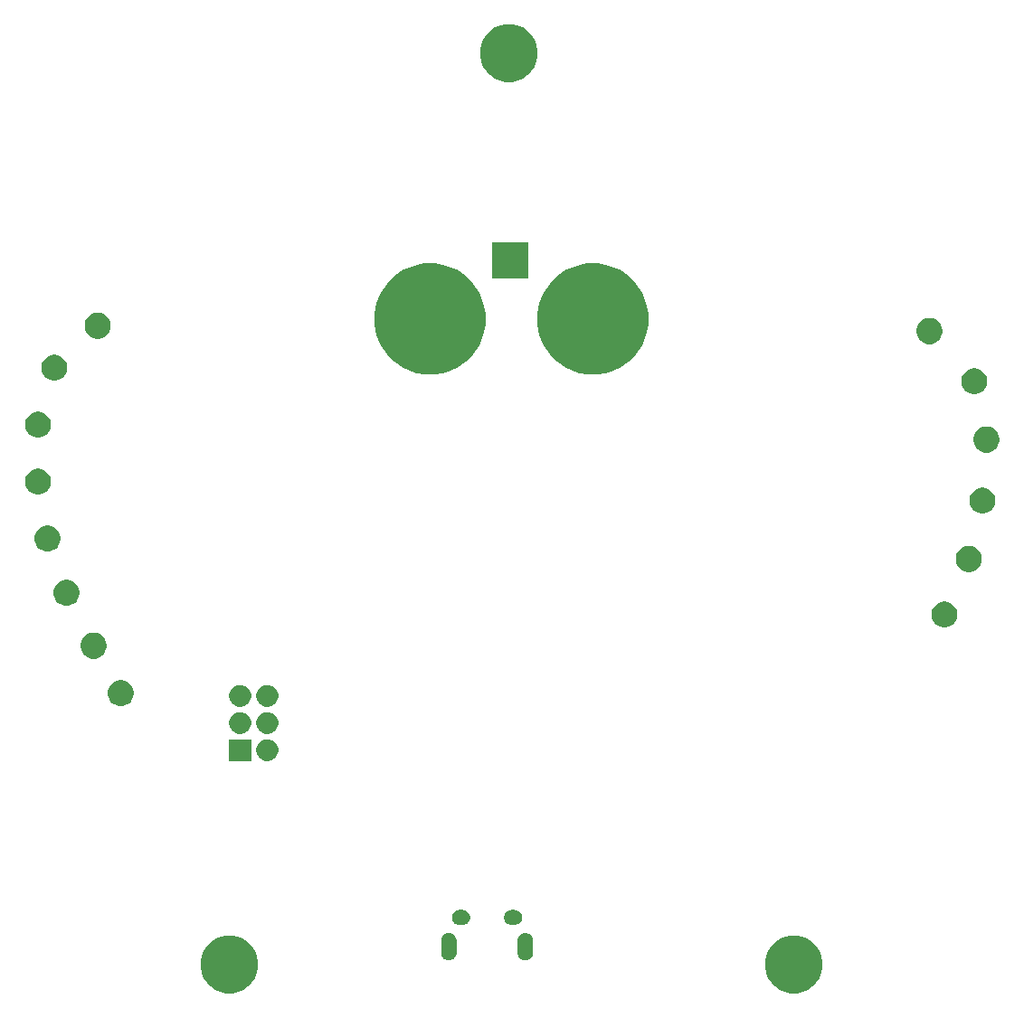
<source format=gbr>
G04 #@! TF.GenerationSoftware,KiCad,Pcbnew,(5.0.2)-1*
G04 #@! TF.CreationDate,2019-02-25T22:43:21-04:00*
G04 #@! TF.ProjectId,MegaBadge,4d656761-4261-4646-9765-2e6b69636164,rev?*
G04 #@! TF.SameCoordinates,Original*
G04 #@! TF.FileFunction,Soldermask,Top*
G04 #@! TF.FilePolarity,Negative*
%FSLAX46Y46*%
G04 Gerber Fmt 4.6, Leading zero omitted, Abs format (unit mm)*
G04 Created by KiCad (PCBNEW (5.0.2)-1) date 2/25/2019 10:43:21 PM*
%MOMM*%
%LPD*%
G01*
G04 APERTURE LIST*
%ADD10C,0.100000*%
G04 APERTURE END LIST*
D10*
G36*
X237769560Y-121609759D02*
X238260928Y-121813290D01*
X238260930Y-121813291D01*
X238468723Y-121952134D01*
X238703153Y-122108775D01*
X239079225Y-122484847D01*
X239374710Y-122927072D01*
X239578241Y-123418440D01*
X239682000Y-123940072D01*
X239682000Y-124471928D01*
X239578241Y-124993560D01*
X239374710Y-125484928D01*
X239079225Y-125927153D01*
X238703153Y-126303225D01*
X238703150Y-126303227D01*
X238260930Y-126598709D01*
X238260929Y-126598710D01*
X238260928Y-126598710D01*
X237769560Y-126802241D01*
X237247928Y-126906000D01*
X236716072Y-126906000D01*
X236194440Y-126802241D01*
X235703072Y-126598710D01*
X235703071Y-126598710D01*
X235703070Y-126598709D01*
X235260850Y-126303227D01*
X235260847Y-126303225D01*
X234884775Y-125927153D01*
X234589290Y-125484928D01*
X234385759Y-124993560D01*
X234282000Y-124471928D01*
X234282000Y-123940072D01*
X234385759Y-123418440D01*
X234589290Y-122927072D01*
X234884775Y-122484847D01*
X235260847Y-122108775D01*
X235495277Y-121952134D01*
X235703070Y-121813291D01*
X235703072Y-121813290D01*
X236194440Y-121609759D01*
X236716072Y-121506000D01*
X237247928Y-121506000D01*
X237769560Y-121609759D01*
X237769560Y-121609759D01*
G37*
G36*
X184937560Y-121609759D02*
X185428928Y-121813290D01*
X185428930Y-121813291D01*
X185636723Y-121952134D01*
X185871153Y-122108775D01*
X186247225Y-122484847D01*
X186542710Y-122927072D01*
X186746241Y-123418440D01*
X186850000Y-123940072D01*
X186850000Y-124471928D01*
X186746241Y-124993560D01*
X186542710Y-125484928D01*
X186247225Y-125927153D01*
X185871153Y-126303225D01*
X185871150Y-126303227D01*
X185428930Y-126598709D01*
X185428929Y-126598710D01*
X185428928Y-126598710D01*
X184937560Y-126802241D01*
X184415928Y-126906000D01*
X183884072Y-126906000D01*
X183362440Y-126802241D01*
X182871072Y-126598710D01*
X182871071Y-126598710D01*
X182871070Y-126598709D01*
X182428850Y-126303227D01*
X182428847Y-126303225D01*
X182052775Y-125927153D01*
X181757290Y-125484928D01*
X181553759Y-124993560D01*
X181450000Y-124471928D01*
X181450000Y-123940072D01*
X181553759Y-123418440D01*
X181757290Y-122927072D01*
X182052775Y-122484847D01*
X182428847Y-122108775D01*
X182663277Y-121952134D01*
X182871070Y-121813291D01*
X182871072Y-121813290D01*
X183362440Y-121609759D01*
X183884072Y-121506000D01*
X184415928Y-121506000D01*
X184937560Y-121609759D01*
X184937560Y-121609759D01*
G37*
G36*
X204847124Y-121273231D02*
X204938233Y-121300868D01*
X204983788Y-121314687D01*
X205109737Y-121382009D01*
X205220132Y-121472608D01*
X205310731Y-121583002D01*
X205378053Y-121708951D01*
X205391872Y-121754506D01*
X205419509Y-121845615D01*
X205430000Y-121952133D01*
X205430000Y-123123347D01*
X205419509Y-123229865D01*
X205391872Y-123320974D01*
X205378053Y-123366529D01*
X205310731Y-123492478D01*
X205220132Y-123602872D01*
X205109738Y-123693471D01*
X204983789Y-123760793D01*
X204938234Y-123774612D01*
X204847125Y-123802249D01*
X204752375Y-123811581D01*
X204705001Y-123816247D01*
X204705000Y-123816247D01*
X204562876Y-123802249D01*
X204471767Y-123774612D01*
X204426212Y-123760793D01*
X204300263Y-123693471D01*
X204189869Y-123602872D01*
X204099270Y-123492478D01*
X204031948Y-123366529D01*
X204018129Y-123320974D01*
X203990492Y-123229865D01*
X203980001Y-123123347D01*
X203980000Y-121952134D01*
X203990491Y-121845616D01*
X204031947Y-121708953D01*
X204031947Y-121708952D01*
X204099269Y-121583003D01*
X204189868Y-121472608D01*
X204300262Y-121382009D01*
X204426211Y-121314687D01*
X204471766Y-121300868D01*
X204562875Y-121273231D01*
X204657625Y-121263899D01*
X204704999Y-121259233D01*
X204705000Y-121259233D01*
X204847124Y-121273231D01*
X204847124Y-121273231D01*
G37*
G36*
X211997124Y-121273231D02*
X212088233Y-121300868D01*
X212133788Y-121314687D01*
X212259737Y-121382009D01*
X212370132Y-121472608D01*
X212460731Y-121583002D01*
X212528053Y-121708951D01*
X212541872Y-121754506D01*
X212569509Y-121845615D01*
X212580000Y-121952133D01*
X212580000Y-123123347D01*
X212569509Y-123229865D01*
X212541872Y-123320974D01*
X212528053Y-123366529D01*
X212460731Y-123492478D01*
X212370132Y-123602872D01*
X212259738Y-123693471D01*
X212133789Y-123760793D01*
X212088234Y-123774612D01*
X211997125Y-123802249D01*
X211902375Y-123811581D01*
X211855001Y-123816247D01*
X211855000Y-123816247D01*
X211712876Y-123802249D01*
X211621767Y-123774612D01*
X211576212Y-123760793D01*
X211450263Y-123693471D01*
X211339869Y-123602872D01*
X211249270Y-123492478D01*
X211181948Y-123366529D01*
X211168129Y-123320974D01*
X211140492Y-123229865D01*
X211130001Y-123123347D01*
X211130000Y-121952134D01*
X211140491Y-121845616D01*
X211181947Y-121708953D01*
X211181947Y-121708952D01*
X211249269Y-121583003D01*
X211339868Y-121472608D01*
X211450262Y-121382009D01*
X211576211Y-121314687D01*
X211621766Y-121300868D01*
X211712875Y-121273231D01*
X211807625Y-121263899D01*
X211854999Y-121259233D01*
X211855000Y-121259233D01*
X211997124Y-121273231D01*
X211997124Y-121273231D01*
G37*
G36*
X206145004Y-119117868D02*
X206276955Y-119157895D01*
X206398561Y-119222895D01*
X206505150Y-119310370D01*
X206592625Y-119416959D01*
X206657625Y-119538565D01*
X206697652Y-119670516D01*
X206711167Y-119807740D01*
X206697652Y-119944964D01*
X206657625Y-120076915D01*
X206592625Y-120198521D01*
X206505150Y-120305110D01*
X206398561Y-120392585D01*
X206276955Y-120457585D01*
X206145004Y-120497612D01*
X206042170Y-120507740D01*
X205667830Y-120507740D01*
X205564996Y-120497612D01*
X205433045Y-120457585D01*
X205311439Y-120392585D01*
X205204850Y-120305110D01*
X205117375Y-120198521D01*
X205052375Y-120076915D01*
X205012348Y-119944964D01*
X204998833Y-119807740D01*
X205012348Y-119670516D01*
X205052375Y-119538565D01*
X205117375Y-119416959D01*
X205204850Y-119310370D01*
X205311439Y-119222895D01*
X205433045Y-119157895D01*
X205564996Y-119117868D01*
X205667830Y-119107740D01*
X206042170Y-119107740D01*
X206145004Y-119117868D01*
X206145004Y-119117868D01*
G37*
G36*
X210995004Y-119117868D02*
X211126955Y-119157895D01*
X211248561Y-119222895D01*
X211355150Y-119310370D01*
X211442625Y-119416959D01*
X211507625Y-119538565D01*
X211547652Y-119670516D01*
X211561167Y-119807740D01*
X211547652Y-119944964D01*
X211507625Y-120076915D01*
X211442625Y-120198521D01*
X211355150Y-120305110D01*
X211248561Y-120392585D01*
X211126955Y-120457585D01*
X210995004Y-120497612D01*
X210892170Y-120507740D01*
X210517830Y-120507740D01*
X210414996Y-120497612D01*
X210283045Y-120457585D01*
X210161439Y-120392585D01*
X210054850Y-120305110D01*
X209967375Y-120198521D01*
X209902375Y-120076915D01*
X209862348Y-119944964D01*
X209848833Y-119807740D01*
X209862348Y-119670516D01*
X209902375Y-119538565D01*
X209967375Y-119416959D01*
X210054850Y-119310370D01*
X210161439Y-119222895D01*
X210283045Y-119157895D01*
X210414996Y-119117868D01*
X210517830Y-119107740D01*
X210892170Y-119107740D01*
X210995004Y-119117868D01*
X210995004Y-119117868D01*
G37*
G36*
X186191500Y-105165500D02*
X184140500Y-105165500D01*
X184140500Y-103114500D01*
X186191500Y-103114500D01*
X186191500Y-105165500D01*
X186191500Y-105165500D01*
G37*
G36*
X187873044Y-103127636D02*
X188005127Y-103153909D01*
X188129546Y-103205446D01*
X188191757Y-103231214D01*
X188359721Y-103343444D01*
X188502556Y-103486279D01*
X188614786Y-103654243D01*
X188614786Y-103654244D01*
X188692091Y-103840873D01*
X188731500Y-104038997D01*
X188731500Y-104241003D01*
X188692091Y-104439127D01*
X188640554Y-104563546D01*
X188614786Y-104625757D01*
X188502556Y-104793721D01*
X188359721Y-104936556D01*
X188191757Y-105048786D01*
X188129546Y-105074554D01*
X188005127Y-105126091D01*
X187873044Y-105152364D01*
X187807004Y-105165500D01*
X187604996Y-105165500D01*
X187538956Y-105152364D01*
X187406873Y-105126091D01*
X187282454Y-105074554D01*
X187220243Y-105048786D01*
X187052279Y-104936556D01*
X186909444Y-104793721D01*
X186797214Y-104625757D01*
X186771446Y-104563546D01*
X186719909Y-104439127D01*
X186680500Y-104241003D01*
X186680500Y-104038997D01*
X186719909Y-103840873D01*
X186797214Y-103654244D01*
X186797214Y-103654243D01*
X186909444Y-103486279D01*
X187052279Y-103343444D01*
X187220243Y-103231214D01*
X187282454Y-103205446D01*
X187406873Y-103153909D01*
X187538956Y-103127636D01*
X187604996Y-103114500D01*
X187807004Y-103114500D01*
X187873044Y-103127636D01*
X187873044Y-103127636D01*
G37*
G36*
X185333044Y-100587636D02*
X185465127Y-100613909D01*
X185589546Y-100665446D01*
X185651757Y-100691214D01*
X185819721Y-100803444D01*
X185962556Y-100946279D01*
X186074786Y-101114243D01*
X186074786Y-101114244D01*
X186152091Y-101300873D01*
X186191500Y-101498997D01*
X186191500Y-101701003D01*
X186152091Y-101899127D01*
X186100554Y-102023546D01*
X186074786Y-102085757D01*
X185962556Y-102253721D01*
X185819721Y-102396556D01*
X185651757Y-102508786D01*
X185589546Y-102534554D01*
X185465127Y-102586091D01*
X185333044Y-102612364D01*
X185267004Y-102625500D01*
X185064996Y-102625500D01*
X184998956Y-102612364D01*
X184866873Y-102586091D01*
X184742454Y-102534554D01*
X184680243Y-102508786D01*
X184512279Y-102396556D01*
X184369444Y-102253721D01*
X184257214Y-102085757D01*
X184231446Y-102023546D01*
X184179909Y-101899127D01*
X184140500Y-101701003D01*
X184140500Y-101498997D01*
X184179909Y-101300873D01*
X184257214Y-101114244D01*
X184257214Y-101114243D01*
X184369444Y-100946279D01*
X184512279Y-100803444D01*
X184680243Y-100691214D01*
X184742454Y-100665446D01*
X184866873Y-100613909D01*
X184998956Y-100587636D01*
X185064996Y-100574500D01*
X185267004Y-100574500D01*
X185333044Y-100587636D01*
X185333044Y-100587636D01*
G37*
G36*
X187873044Y-100587636D02*
X188005127Y-100613909D01*
X188129546Y-100665446D01*
X188191757Y-100691214D01*
X188359721Y-100803444D01*
X188502556Y-100946279D01*
X188614786Y-101114243D01*
X188614786Y-101114244D01*
X188692091Y-101300873D01*
X188731500Y-101498997D01*
X188731500Y-101701003D01*
X188692091Y-101899127D01*
X188640554Y-102023546D01*
X188614786Y-102085757D01*
X188502556Y-102253721D01*
X188359721Y-102396556D01*
X188191757Y-102508786D01*
X188129546Y-102534554D01*
X188005127Y-102586091D01*
X187873044Y-102612364D01*
X187807004Y-102625500D01*
X187604996Y-102625500D01*
X187538956Y-102612364D01*
X187406873Y-102586091D01*
X187282454Y-102534554D01*
X187220243Y-102508786D01*
X187052279Y-102396556D01*
X186909444Y-102253721D01*
X186797214Y-102085757D01*
X186771446Y-102023546D01*
X186719909Y-101899127D01*
X186680500Y-101701003D01*
X186680500Y-101498997D01*
X186719909Y-101300873D01*
X186797214Y-101114244D01*
X186797214Y-101114243D01*
X186909444Y-100946279D01*
X187052279Y-100803444D01*
X187220243Y-100691214D01*
X187282454Y-100665446D01*
X187406873Y-100613909D01*
X187538956Y-100587636D01*
X187604996Y-100574500D01*
X187807004Y-100574500D01*
X187873044Y-100587636D01*
X187873044Y-100587636D01*
G37*
G36*
X185333044Y-98047636D02*
X185465127Y-98073909D01*
X185589546Y-98125446D01*
X185651757Y-98151214D01*
X185819721Y-98263444D01*
X185962556Y-98406279D01*
X186074786Y-98574243D01*
X186074786Y-98574244D01*
X186152091Y-98760873D01*
X186191500Y-98958997D01*
X186191500Y-99161003D01*
X186152091Y-99359127D01*
X186100554Y-99483546D01*
X186074786Y-99545757D01*
X185962556Y-99713721D01*
X185819721Y-99856556D01*
X185651757Y-99968786D01*
X185589546Y-99994554D01*
X185465127Y-100046091D01*
X185333044Y-100072364D01*
X185267004Y-100085500D01*
X185064996Y-100085500D01*
X184998956Y-100072364D01*
X184866873Y-100046091D01*
X184742454Y-99994554D01*
X184680243Y-99968786D01*
X184512279Y-99856556D01*
X184369444Y-99713721D01*
X184257214Y-99545757D01*
X184231446Y-99483546D01*
X184179909Y-99359127D01*
X184140500Y-99161003D01*
X184140500Y-98958997D01*
X184179909Y-98760873D01*
X184257214Y-98574244D01*
X184257214Y-98574243D01*
X184369444Y-98406279D01*
X184512279Y-98263444D01*
X184680243Y-98151214D01*
X184742454Y-98125446D01*
X184866873Y-98073909D01*
X184998956Y-98047636D01*
X185064996Y-98034500D01*
X185267004Y-98034500D01*
X185333044Y-98047636D01*
X185333044Y-98047636D01*
G37*
G36*
X187873044Y-98047636D02*
X188005127Y-98073909D01*
X188129546Y-98125446D01*
X188191757Y-98151214D01*
X188359721Y-98263444D01*
X188502556Y-98406279D01*
X188614786Y-98574243D01*
X188614786Y-98574244D01*
X188692091Y-98760873D01*
X188731500Y-98958997D01*
X188731500Y-99161003D01*
X188692091Y-99359127D01*
X188640554Y-99483546D01*
X188614786Y-99545757D01*
X188502556Y-99713721D01*
X188359721Y-99856556D01*
X188191757Y-99968786D01*
X188129546Y-99994554D01*
X188005127Y-100046091D01*
X187873044Y-100072364D01*
X187807004Y-100085500D01*
X187604996Y-100085500D01*
X187538956Y-100072364D01*
X187406873Y-100046091D01*
X187282454Y-99994554D01*
X187220243Y-99968786D01*
X187052279Y-99856556D01*
X186909444Y-99713721D01*
X186797214Y-99545757D01*
X186771446Y-99483546D01*
X186719909Y-99359127D01*
X186680500Y-99161003D01*
X186680500Y-98958997D01*
X186719909Y-98760873D01*
X186797214Y-98574244D01*
X186797214Y-98574243D01*
X186909444Y-98406279D01*
X187052279Y-98263444D01*
X187220243Y-98151214D01*
X187282454Y-98125446D01*
X187406873Y-98073909D01*
X187538956Y-98047636D01*
X187604996Y-98034500D01*
X187807004Y-98034500D01*
X187873044Y-98047636D01*
X187873044Y-98047636D01*
G37*
G36*
X174344692Y-97636729D02*
X174565993Y-97728395D01*
X174765158Y-97861473D01*
X174934527Y-98030842D01*
X175067605Y-98230007D01*
X175159271Y-98451308D01*
X175206000Y-98686233D01*
X175206000Y-98925767D01*
X175159271Y-99160692D01*
X175067605Y-99381993D01*
X174934527Y-99581158D01*
X174765158Y-99750527D01*
X174565993Y-99883605D01*
X174344692Y-99975271D01*
X174109767Y-100022000D01*
X173870233Y-100022000D01*
X173635308Y-99975271D01*
X173414007Y-99883605D01*
X173214842Y-99750527D01*
X173045473Y-99581158D01*
X172912395Y-99381993D01*
X172820729Y-99160692D01*
X172774000Y-98925767D01*
X172774000Y-98686233D01*
X172820729Y-98451308D01*
X172912395Y-98230007D01*
X173045473Y-98030842D01*
X173214842Y-97861473D01*
X173414007Y-97728395D01*
X173635308Y-97636729D01*
X173870233Y-97590000D01*
X174109767Y-97590000D01*
X174344692Y-97636729D01*
X174344692Y-97636729D01*
G37*
G36*
X171804692Y-93191729D02*
X172025993Y-93283395D01*
X172225158Y-93416473D01*
X172394527Y-93585842D01*
X172527605Y-93785007D01*
X172619271Y-94006308D01*
X172666000Y-94241233D01*
X172666000Y-94480767D01*
X172619271Y-94715692D01*
X172527605Y-94936993D01*
X172394527Y-95136158D01*
X172225158Y-95305527D01*
X172025993Y-95438605D01*
X171804692Y-95530271D01*
X171569767Y-95577000D01*
X171330233Y-95577000D01*
X171095308Y-95530271D01*
X170874007Y-95438605D01*
X170674842Y-95305527D01*
X170505473Y-95136158D01*
X170372395Y-94936993D01*
X170280729Y-94715692D01*
X170234000Y-94480767D01*
X170234000Y-94241233D01*
X170280729Y-94006308D01*
X170372395Y-93785007D01*
X170505473Y-93585842D01*
X170674842Y-93416473D01*
X170874007Y-93283395D01*
X171095308Y-93191729D01*
X171330233Y-93145000D01*
X171569767Y-93145000D01*
X171804692Y-93191729D01*
X171804692Y-93191729D01*
G37*
G36*
X251433692Y-90270729D02*
X251654993Y-90362395D01*
X251854158Y-90495473D01*
X252023527Y-90664842D01*
X252156605Y-90864007D01*
X252248271Y-91085308D01*
X252295000Y-91320233D01*
X252295000Y-91559767D01*
X252248271Y-91794692D01*
X252156605Y-92015993D01*
X252023527Y-92215158D01*
X251854158Y-92384527D01*
X251654993Y-92517605D01*
X251433692Y-92609271D01*
X251198767Y-92656000D01*
X250959233Y-92656000D01*
X250724308Y-92609271D01*
X250503007Y-92517605D01*
X250303842Y-92384527D01*
X250134473Y-92215158D01*
X250001395Y-92015993D01*
X249909729Y-91794692D01*
X249863000Y-91559767D01*
X249863000Y-91320233D01*
X249909729Y-91085308D01*
X250001395Y-90864007D01*
X250134473Y-90664842D01*
X250303842Y-90495473D01*
X250503007Y-90362395D01*
X250724308Y-90270729D01*
X250959233Y-90224000D01*
X251198767Y-90224000D01*
X251433692Y-90270729D01*
X251433692Y-90270729D01*
G37*
G36*
X169264692Y-88238729D02*
X169485993Y-88330395D01*
X169685158Y-88463473D01*
X169854527Y-88632842D01*
X169987605Y-88832007D01*
X170079271Y-89053308D01*
X170126000Y-89288233D01*
X170126000Y-89527767D01*
X170079271Y-89762692D01*
X169987605Y-89983993D01*
X169854527Y-90183158D01*
X169685158Y-90352527D01*
X169485993Y-90485605D01*
X169264692Y-90577271D01*
X169029767Y-90624000D01*
X168790233Y-90624000D01*
X168555308Y-90577271D01*
X168334007Y-90485605D01*
X168134842Y-90352527D01*
X167965473Y-90183158D01*
X167832395Y-89983993D01*
X167740729Y-89762692D01*
X167694000Y-89527767D01*
X167694000Y-89288233D01*
X167740729Y-89053308D01*
X167832395Y-88832007D01*
X167965473Y-88632842D01*
X168134842Y-88463473D01*
X168334007Y-88330395D01*
X168555308Y-88238729D01*
X168790233Y-88192000D01*
X169029767Y-88192000D01*
X169264692Y-88238729D01*
X169264692Y-88238729D01*
G37*
G36*
X253719692Y-85063729D02*
X253940993Y-85155395D01*
X254140158Y-85288473D01*
X254309527Y-85457842D01*
X254442605Y-85657007D01*
X254534271Y-85878308D01*
X254581000Y-86113233D01*
X254581000Y-86352767D01*
X254534271Y-86587692D01*
X254442605Y-86808993D01*
X254309527Y-87008158D01*
X254140158Y-87177527D01*
X253940993Y-87310605D01*
X253719692Y-87402271D01*
X253484767Y-87449000D01*
X253245233Y-87449000D01*
X253010308Y-87402271D01*
X252789007Y-87310605D01*
X252589842Y-87177527D01*
X252420473Y-87008158D01*
X252287395Y-86808993D01*
X252195729Y-86587692D01*
X252149000Y-86352767D01*
X252149000Y-86113233D01*
X252195729Y-85878308D01*
X252287395Y-85657007D01*
X252420473Y-85457842D01*
X252589842Y-85288473D01*
X252789007Y-85155395D01*
X253010308Y-85063729D01*
X253245233Y-85017000D01*
X253484767Y-85017000D01*
X253719692Y-85063729D01*
X253719692Y-85063729D01*
G37*
G36*
X167486692Y-83158729D02*
X167707993Y-83250395D01*
X167907158Y-83383473D01*
X168076527Y-83552842D01*
X168209605Y-83752007D01*
X168301271Y-83973308D01*
X168348000Y-84208233D01*
X168348000Y-84447767D01*
X168301271Y-84682692D01*
X168209605Y-84903993D01*
X168076527Y-85103158D01*
X167907158Y-85272527D01*
X167707993Y-85405605D01*
X167486692Y-85497271D01*
X167251767Y-85544000D01*
X167012233Y-85544000D01*
X166777308Y-85497271D01*
X166556007Y-85405605D01*
X166356842Y-85272527D01*
X166187473Y-85103158D01*
X166054395Y-84903993D01*
X165962729Y-84682692D01*
X165916000Y-84447767D01*
X165916000Y-84208233D01*
X165962729Y-83973308D01*
X166054395Y-83752007D01*
X166187473Y-83552842D01*
X166356842Y-83383473D01*
X166556007Y-83250395D01*
X166777308Y-83158729D01*
X167012233Y-83112000D01*
X167251767Y-83112000D01*
X167486692Y-83158729D01*
X167486692Y-83158729D01*
G37*
G36*
X254989692Y-79602729D02*
X255210993Y-79694395D01*
X255410158Y-79827473D01*
X255579527Y-79996842D01*
X255712605Y-80196007D01*
X255804271Y-80417308D01*
X255851000Y-80652233D01*
X255851000Y-80891767D01*
X255804271Y-81126692D01*
X255712605Y-81347993D01*
X255579527Y-81547158D01*
X255410158Y-81716527D01*
X255210993Y-81849605D01*
X254989692Y-81941271D01*
X254754767Y-81988000D01*
X254515233Y-81988000D01*
X254280308Y-81941271D01*
X254059007Y-81849605D01*
X253859842Y-81716527D01*
X253690473Y-81547158D01*
X253557395Y-81347993D01*
X253465729Y-81126692D01*
X253419000Y-80891767D01*
X253419000Y-80652233D01*
X253465729Y-80417308D01*
X253557395Y-80196007D01*
X253690473Y-79996842D01*
X253859842Y-79827473D01*
X254059007Y-79694395D01*
X254280308Y-79602729D01*
X254515233Y-79556000D01*
X254754767Y-79556000D01*
X254989692Y-79602729D01*
X254989692Y-79602729D01*
G37*
G36*
X166597692Y-77824729D02*
X166818993Y-77916395D01*
X167018158Y-78049473D01*
X167187527Y-78218842D01*
X167320605Y-78418007D01*
X167412271Y-78639308D01*
X167459000Y-78874233D01*
X167459000Y-79113767D01*
X167412271Y-79348692D01*
X167320605Y-79569993D01*
X167187527Y-79769158D01*
X167018158Y-79938527D01*
X166818993Y-80071605D01*
X166597692Y-80163271D01*
X166362767Y-80210000D01*
X166123233Y-80210000D01*
X165888308Y-80163271D01*
X165667007Y-80071605D01*
X165467842Y-79938527D01*
X165298473Y-79769158D01*
X165165395Y-79569993D01*
X165073729Y-79348692D01*
X165027000Y-79113767D01*
X165027000Y-78874233D01*
X165073729Y-78639308D01*
X165165395Y-78418007D01*
X165298473Y-78218842D01*
X165467842Y-78049473D01*
X165667007Y-77916395D01*
X165888308Y-77824729D01*
X166123233Y-77778000D01*
X166362767Y-77778000D01*
X166597692Y-77824729D01*
X166597692Y-77824729D01*
G37*
G36*
X255370692Y-73887729D02*
X255591993Y-73979395D01*
X255791158Y-74112473D01*
X255960527Y-74281842D01*
X256093605Y-74481007D01*
X256185271Y-74702308D01*
X256232000Y-74937233D01*
X256232000Y-75176767D01*
X256185271Y-75411692D01*
X256093605Y-75632993D01*
X255960527Y-75832158D01*
X255791158Y-76001527D01*
X255591993Y-76134605D01*
X255370692Y-76226271D01*
X255135767Y-76273000D01*
X254896233Y-76273000D01*
X254661308Y-76226271D01*
X254440007Y-76134605D01*
X254240842Y-76001527D01*
X254071473Y-75832158D01*
X253938395Y-75632993D01*
X253846729Y-75411692D01*
X253800000Y-75176767D01*
X253800000Y-74937233D01*
X253846729Y-74702308D01*
X253938395Y-74481007D01*
X254071473Y-74281842D01*
X254240842Y-74112473D01*
X254440007Y-73979395D01*
X254661308Y-73887729D01*
X254896233Y-73841000D01*
X255135767Y-73841000D01*
X255370692Y-73887729D01*
X255370692Y-73887729D01*
G37*
G36*
X166597692Y-72490729D02*
X166818993Y-72582395D01*
X167018158Y-72715473D01*
X167187527Y-72884842D01*
X167320605Y-73084007D01*
X167412271Y-73305308D01*
X167459000Y-73540233D01*
X167459000Y-73779767D01*
X167412271Y-74014692D01*
X167320605Y-74235993D01*
X167187527Y-74435158D01*
X167018158Y-74604527D01*
X166818993Y-74737605D01*
X166597692Y-74829271D01*
X166362767Y-74876000D01*
X166123233Y-74876000D01*
X165888308Y-74829271D01*
X165667007Y-74737605D01*
X165467842Y-74604527D01*
X165298473Y-74435158D01*
X165165395Y-74235993D01*
X165073729Y-74014692D01*
X165027000Y-73779767D01*
X165027000Y-73540233D01*
X165073729Y-73305308D01*
X165165395Y-73084007D01*
X165298473Y-72884842D01*
X165467842Y-72715473D01*
X165667007Y-72582395D01*
X165888308Y-72490729D01*
X166123233Y-72444000D01*
X166362767Y-72444000D01*
X166597692Y-72490729D01*
X166597692Y-72490729D01*
G37*
G36*
X254227692Y-68426729D02*
X254448993Y-68518395D01*
X254648158Y-68651473D01*
X254817527Y-68820842D01*
X254950605Y-69020007D01*
X255042271Y-69241308D01*
X255089000Y-69476233D01*
X255089000Y-69715767D01*
X255042271Y-69950692D01*
X254950605Y-70171993D01*
X254817527Y-70371158D01*
X254648158Y-70540527D01*
X254448993Y-70673605D01*
X254227692Y-70765271D01*
X253992767Y-70812000D01*
X253753233Y-70812000D01*
X253518308Y-70765271D01*
X253297007Y-70673605D01*
X253097842Y-70540527D01*
X252928473Y-70371158D01*
X252795395Y-70171993D01*
X252703729Y-69950692D01*
X252657000Y-69715767D01*
X252657000Y-69476233D01*
X252703729Y-69241308D01*
X252795395Y-69020007D01*
X252928473Y-68820842D01*
X253097842Y-68651473D01*
X253297007Y-68518395D01*
X253518308Y-68426729D01*
X253753233Y-68380000D01*
X253992767Y-68380000D01*
X254227692Y-68426729D01*
X254227692Y-68426729D01*
G37*
G36*
X168121692Y-67156729D02*
X168342993Y-67248395D01*
X168542158Y-67381473D01*
X168711527Y-67550842D01*
X168844605Y-67750007D01*
X168936271Y-67971308D01*
X168983000Y-68206233D01*
X168983000Y-68445767D01*
X168936271Y-68680692D01*
X168844605Y-68901993D01*
X168711527Y-69101158D01*
X168542158Y-69270527D01*
X168342993Y-69403605D01*
X168121692Y-69495271D01*
X167886767Y-69542000D01*
X167647233Y-69542000D01*
X167412308Y-69495271D01*
X167191007Y-69403605D01*
X166991842Y-69270527D01*
X166822473Y-69101158D01*
X166689395Y-68901993D01*
X166597729Y-68680692D01*
X166551000Y-68445767D01*
X166551000Y-68206233D01*
X166597729Y-67971308D01*
X166689395Y-67750007D01*
X166822473Y-67550842D01*
X166991842Y-67381473D01*
X167191007Y-67248395D01*
X167412308Y-67156729D01*
X167647233Y-67110000D01*
X167886767Y-67110000D01*
X168121692Y-67156729D01*
X168121692Y-67156729D01*
G37*
G36*
X204127908Y-58687222D02*
X204462784Y-58753833D01*
X205409124Y-59145819D01*
X206260807Y-59714896D01*
X206985104Y-60439193D01*
X207554181Y-61290876D01*
X207946167Y-62237216D01*
X207946167Y-62237217D01*
X208146000Y-63241843D01*
X208146000Y-64266157D01*
X208135089Y-64321008D01*
X207946167Y-65270784D01*
X207554181Y-66217124D01*
X206985104Y-67068807D01*
X206260807Y-67793104D01*
X205409124Y-68362181D01*
X204462784Y-68754167D01*
X204127908Y-68820778D01*
X203458157Y-68954000D01*
X202433843Y-68954000D01*
X201764092Y-68820778D01*
X201429216Y-68754167D01*
X200482876Y-68362181D01*
X199631193Y-67793104D01*
X198906896Y-67068807D01*
X198337819Y-66217124D01*
X197945833Y-65270784D01*
X197756911Y-64321008D01*
X197746000Y-64266157D01*
X197746000Y-63241843D01*
X197945833Y-62237217D01*
X197945833Y-62237216D01*
X198337819Y-61290876D01*
X198906896Y-60439193D01*
X199631193Y-59714896D01*
X200482876Y-59145819D01*
X201429216Y-58753833D01*
X201764092Y-58687222D01*
X202433843Y-58554000D01*
X203458157Y-58554000D01*
X204127908Y-58687222D01*
X204127908Y-58687222D01*
G37*
G36*
X219367908Y-58687222D02*
X219702784Y-58753833D01*
X220649124Y-59145819D01*
X221500807Y-59714896D01*
X222225104Y-60439193D01*
X222794181Y-61290876D01*
X223186167Y-62237216D01*
X223186167Y-62237217D01*
X223386000Y-63241843D01*
X223386000Y-64266157D01*
X223375089Y-64321008D01*
X223186167Y-65270784D01*
X222794181Y-66217124D01*
X222225104Y-67068807D01*
X221500807Y-67793104D01*
X220649124Y-68362181D01*
X219702784Y-68754167D01*
X219367908Y-68820778D01*
X218698157Y-68954000D01*
X217673843Y-68954000D01*
X217004092Y-68820778D01*
X216669216Y-68754167D01*
X215722876Y-68362181D01*
X214871193Y-67793104D01*
X214146896Y-67068807D01*
X213577819Y-66217124D01*
X213185833Y-65270784D01*
X212996911Y-64321008D01*
X212986000Y-64266157D01*
X212986000Y-63241843D01*
X213185833Y-62237217D01*
X213185833Y-62237216D01*
X213577819Y-61290876D01*
X214146896Y-60439193D01*
X214871193Y-59714896D01*
X215722876Y-59145819D01*
X216669216Y-58753833D01*
X217004092Y-58687222D01*
X217673843Y-58554000D01*
X218698157Y-58554000D01*
X219367908Y-58687222D01*
X219367908Y-58687222D01*
G37*
G36*
X250036692Y-63727729D02*
X250257993Y-63819395D01*
X250457158Y-63952473D01*
X250626527Y-64121842D01*
X250759605Y-64321007D01*
X250851271Y-64542308D01*
X250898000Y-64777233D01*
X250898000Y-65016767D01*
X250851271Y-65251692D01*
X250759605Y-65472993D01*
X250626527Y-65672158D01*
X250457158Y-65841527D01*
X250257993Y-65974605D01*
X250036692Y-66066271D01*
X249801767Y-66113000D01*
X249562233Y-66113000D01*
X249327308Y-66066271D01*
X249106007Y-65974605D01*
X248906842Y-65841527D01*
X248737473Y-65672158D01*
X248604395Y-65472993D01*
X248512729Y-65251692D01*
X248466000Y-65016767D01*
X248466000Y-64777233D01*
X248512729Y-64542308D01*
X248604395Y-64321007D01*
X248737473Y-64121842D01*
X248906842Y-63952473D01*
X249106007Y-63819395D01*
X249327308Y-63727729D01*
X249562233Y-63681000D01*
X249801767Y-63681000D01*
X250036692Y-63727729D01*
X250036692Y-63727729D01*
G37*
G36*
X172185692Y-63219729D02*
X172406993Y-63311395D01*
X172606158Y-63444473D01*
X172775527Y-63613842D01*
X172908605Y-63813007D01*
X173000271Y-64034308D01*
X173047000Y-64269233D01*
X173047000Y-64508767D01*
X173000271Y-64743692D01*
X172908605Y-64964993D01*
X172775527Y-65164158D01*
X172606158Y-65333527D01*
X172406993Y-65466605D01*
X172185692Y-65558271D01*
X171950767Y-65605000D01*
X171711233Y-65605000D01*
X171476308Y-65558271D01*
X171255007Y-65466605D01*
X171055842Y-65333527D01*
X170886473Y-65164158D01*
X170753395Y-64964993D01*
X170661729Y-64743692D01*
X170615000Y-64508767D01*
X170615000Y-64269233D01*
X170661729Y-64034308D01*
X170753395Y-63813007D01*
X170886473Y-63613842D01*
X171055842Y-63444473D01*
X171255007Y-63311395D01*
X171476308Y-63219729D01*
X171711233Y-63173000D01*
X171950767Y-63173000D01*
X172185692Y-63219729D01*
X172185692Y-63219729D01*
G37*
G36*
X212139000Y-59993000D02*
X208739000Y-59993000D01*
X208739000Y-56593000D01*
X212139000Y-56593000D01*
X212139000Y-59993000D01*
X212139000Y-59993000D01*
G37*
G36*
X211099560Y-36265759D02*
X211590928Y-36469290D01*
X211590930Y-36469291D01*
X212027268Y-36760843D01*
X212033153Y-36764775D01*
X212409225Y-37140847D01*
X212704710Y-37583072D01*
X212908241Y-38074440D01*
X213012000Y-38596072D01*
X213012000Y-39127928D01*
X212908241Y-39649560D01*
X212704710Y-40140928D01*
X212409225Y-40583153D01*
X212033153Y-40959225D01*
X212033150Y-40959227D01*
X211590930Y-41254709D01*
X211590929Y-41254710D01*
X211590928Y-41254710D01*
X211099560Y-41458241D01*
X210577928Y-41562000D01*
X210046072Y-41562000D01*
X209524440Y-41458241D01*
X209033072Y-41254710D01*
X209033071Y-41254710D01*
X209033070Y-41254709D01*
X208590850Y-40959227D01*
X208590847Y-40959225D01*
X208214775Y-40583153D01*
X207919290Y-40140928D01*
X207715759Y-39649560D01*
X207612000Y-39127928D01*
X207612000Y-38596072D01*
X207715759Y-38074440D01*
X207919290Y-37583072D01*
X208214775Y-37140847D01*
X208590847Y-36764775D01*
X208596732Y-36760843D01*
X209033070Y-36469291D01*
X209033072Y-36469290D01*
X209524440Y-36265759D01*
X210046072Y-36162000D01*
X210577928Y-36162000D01*
X211099560Y-36265759D01*
X211099560Y-36265759D01*
G37*
M02*

</source>
